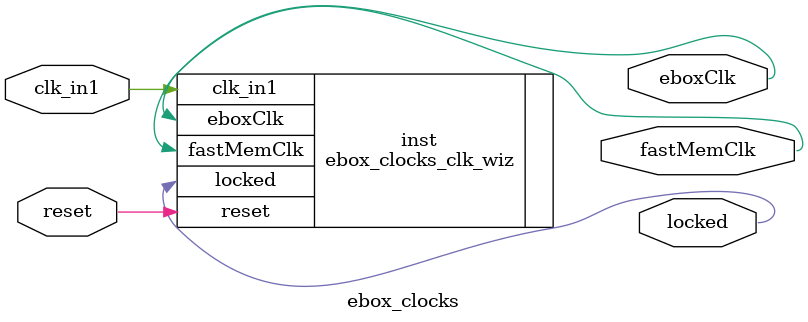
<source format=v>


`timescale 1ps/1ps

(* CORE_GENERATION_INFO = "ebox_clocks,clk_wiz_v6_0_4_0_0,{component_name=ebox_clocks,use_phase_alignment=true,use_min_o_jitter=false,use_max_i_jitter=false,use_dyn_phase_shift=false,use_inclk_switchover=false,use_dyn_reconfig=false,enable_axi=0,feedback_source=FDBK_AUTO,PRIMITIVE=MMCM,num_out_clk=2,clkin1_period=20.000,clkin2_period=10.0,use_power_down=false,use_reset=true,use_locked=true,use_inclk_stopped=false,feedback_type=SINGLE,CLOCK_MGR_TYPE=NA,manual_override=false}" *)

module ebox_clocks 
 (
  // Clock out ports
  output        eboxClk,
  output        fastMemClk,
  // Status and control signals
  input         reset,
  output        locked,
 // Clock in ports
  input         clk_in1
 );

  ebox_clocks_clk_wiz inst
  (
  // Clock out ports  
  .eboxClk(eboxClk),
  .fastMemClk(fastMemClk),
  // Status and control signals               
  .reset(reset), 
  .locked(locked),
 // Clock in ports
  .clk_in1(clk_in1)
  );

endmodule

</source>
